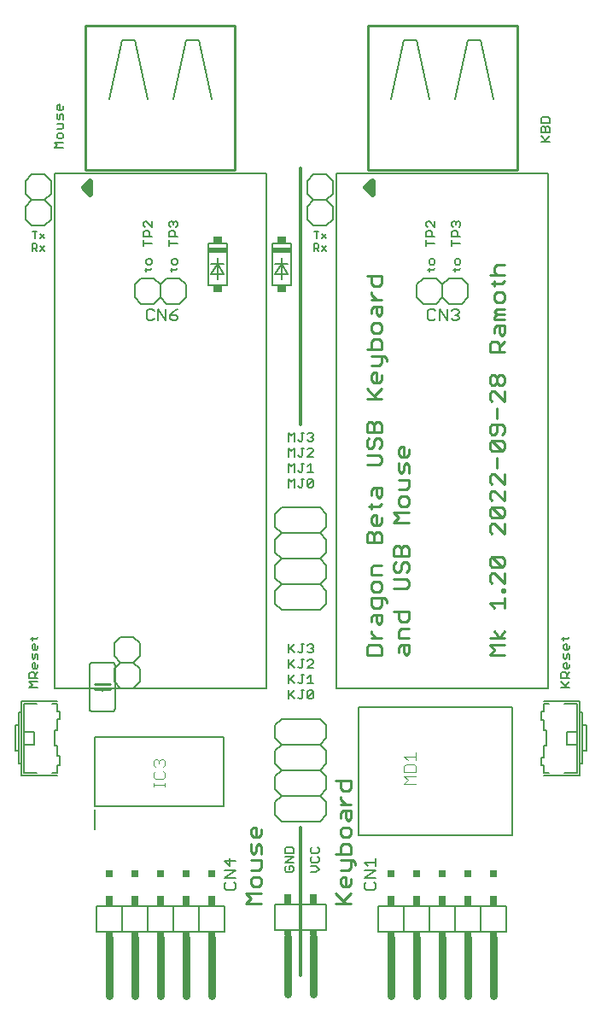
<source format=gto>
G75*
%MOIN*%
%OFA0B0*%
%FSLAX24Y24*%
%IPPOS*%
%LPD*%
%AMOC8*
5,1,8,0,0,1.08239X$1,22.5*
%
%ADD10C,0.0110*%
%ADD11C,0.0060*%
%ADD12C,0.0120*%
%ADD13C,0.0050*%
%ADD14C,0.0240*%
%ADD15C,0.0040*%
%ADD16C,0.0300*%
%ADD17R,0.0300X0.0200*%
%ADD18R,0.0300X0.0400*%
%ADD19R,0.0300X0.0300*%
%ADD20C,0.0079*%
%ADD21C,0.0100*%
%ADD22R,0.0736X0.0200*%
%ADD23R,0.0335X0.0250*%
D10*
X010004Y003858D02*
X010201Y004055D01*
X010004Y004252D01*
X010595Y004252D01*
X010497Y004503D02*
X010595Y004601D01*
X010595Y004798D01*
X010497Y004896D01*
X010300Y004896D01*
X010201Y004798D01*
X010201Y004601D01*
X010300Y004503D01*
X010497Y004503D01*
X010595Y003858D02*
X010004Y003858D01*
X010201Y005147D02*
X010497Y005147D01*
X010595Y005246D01*
X010595Y005541D01*
X010201Y005541D01*
X010300Y005792D02*
X010201Y005890D01*
X010201Y006185D01*
X010398Y006087D02*
X010398Y005890D01*
X010300Y005792D01*
X010595Y005792D02*
X010595Y006087D01*
X010497Y006185D01*
X010398Y006087D01*
X010398Y006436D02*
X010398Y006830D01*
X010300Y006830D01*
X010201Y006732D01*
X010201Y006535D01*
X010300Y006436D01*
X010497Y006436D01*
X010595Y006535D01*
X010595Y006732D01*
X013504Y005792D02*
X014095Y005792D01*
X014095Y006087D01*
X013997Y006185D01*
X013800Y006185D01*
X013701Y006087D01*
X013701Y005792D01*
X013701Y005541D02*
X014193Y005541D01*
X014292Y005443D01*
X014292Y005344D01*
X014095Y005246D02*
X014095Y005541D01*
X014095Y005246D02*
X013997Y005147D01*
X013701Y005147D01*
X013800Y004896D02*
X013898Y004896D01*
X013898Y004503D01*
X013800Y004503D02*
X013997Y004503D01*
X014095Y004601D01*
X014095Y004798D01*
X014095Y004252D02*
X013800Y003957D01*
X013898Y003858D02*
X013504Y004252D01*
X013800Y004503D02*
X013701Y004601D01*
X013701Y004798D01*
X013800Y004896D01*
X013504Y003858D02*
X014095Y003858D01*
X013997Y006436D02*
X013800Y006436D01*
X013701Y006535D01*
X013701Y006732D01*
X013800Y006830D01*
X013997Y006830D01*
X014095Y006732D01*
X014095Y006535D01*
X013997Y006436D01*
X013997Y007081D02*
X013898Y007179D01*
X013898Y007475D01*
X013800Y007475D02*
X014095Y007475D01*
X014095Y007179D01*
X013997Y007081D01*
X013701Y007179D02*
X013701Y007376D01*
X013800Y007475D01*
X013898Y007725D02*
X013701Y007922D01*
X013701Y008021D01*
X013800Y008263D02*
X013701Y008361D01*
X013701Y008656D01*
X013504Y008656D02*
X014095Y008656D01*
X014095Y008361D01*
X013997Y008263D01*
X013800Y008263D01*
X013701Y007725D02*
X014095Y007725D01*
X014728Y013555D02*
X014728Y013850D01*
X014827Y013949D01*
X015220Y013949D01*
X015319Y013850D01*
X015319Y013555D01*
X014728Y013555D01*
X014925Y014200D02*
X015319Y014200D01*
X015122Y014200D02*
X014925Y014396D01*
X014925Y014495D01*
X014925Y014835D02*
X014925Y015032D01*
X015023Y015130D01*
X015319Y015130D01*
X015319Y014835D01*
X015220Y014737D01*
X015122Y014835D01*
X015122Y015130D01*
X015023Y015381D02*
X015220Y015381D01*
X015319Y015480D01*
X015319Y015775D01*
X015417Y015775D02*
X014925Y015775D01*
X014925Y015480D01*
X015023Y015381D01*
X015023Y016026D02*
X015220Y016026D01*
X015319Y016124D01*
X015319Y016321D01*
X015220Y016419D01*
X015023Y016419D01*
X014925Y016321D01*
X014925Y016124D01*
X015023Y016026D01*
X015417Y015775D02*
X015515Y015676D01*
X015515Y015578D01*
X015778Y015238D02*
X016369Y015238D01*
X016369Y014943D01*
X016270Y014844D01*
X016073Y014844D01*
X015975Y014943D01*
X015975Y015238D01*
X016073Y014593D02*
X015975Y014495D01*
X015975Y014200D01*
X016369Y014200D01*
X016369Y013949D02*
X016369Y013653D01*
X016270Y013555D01*
X016172Y013653D01*
X016172Y013949D01*
X016073Y013949D02*
X016369Y013949D01*
X016073Y013949D02*
X015975Y013850D01*
X015975Y013653D01*
X016073Y014593D02*
X016369Y014593D01*
X016270Y016133D02*
X015778Y016133D01*
X015778Y016527D02*
X016270Y016527D01*
X016369Y016428D01*
X016369Y016232D01*
X016270Y016133D01*
X016270Y016778D02*
X016369Y016876D01*
X016369Y017073D01*
X016270Y017171D01*
X016172Y017171D01*
X016073Y017073D01*
X016073Y016876D01*
X015975Y016778D01*
X015877Y016778D01*
X015778Y016876D01*
X015778Y017073D01*
X015877Y017171D01*
X015778Y017422D02*
X015778Y017718D01*
X015877Y017816D01*
X015975Y017816D01*
X016073Y017718D01*
X016073Y017422D01*
X015778Y017422D02*
X016369Y017422D01*
X016369Y017718D01*
X016270Y017816D01*
X016172Y017816D01*
X016073Y017718D01*
X015778Y018711D02*
X015975Y018908D01*
X015778Y019105D01*
X016369Y019105D01*
X016270Y019356D02*
X016369Y019454D01*
X016369Y019651D01*
X016270Y019750D01*
X016073Y019750D01*
X015975Y019651D01*
X015975Y019454D01*
X016073Y019356D01*
X016270Y019356D01*
X016270Y020000D02*
X015975Y020000D01*
X016270Y020000D02*
X016369Y020099D01*
X016369Y020394D01*
X015975Y020394D01*
X016073Y020645D02*
X015975Y020743D01*
X015975Y021039D01*
X016172Y020940D02*
X016172Y020743D01*
X016073Y020645D01*
X016369Y020645D02*
X016369Y020940D01*
X016270Y021039D01*
X016172Y020940D01*
X016172Y021290D02*
X016172Y021683D01*
X016073Y021683D01*
X015975Y021585D01*
X015975Y021388D01*
X016073Y021290D01*
X016270Y021290D01*
X016369Y021388D01*
X016369Y021585D01*
X015319Y021710D02*
X015220Y021612D01*
X015319Y021710D02*
X015319Y021907D01*
X015220Y022006D01*
X015122Y022006D01*
X015023Y021907D01*
X015023Y021710D01*
X014925Y021612D01*
X014827Y021612D01*
X014728Y021710D01*
X014728Y021907D01*
X014827Y022006D01*
X014728Y022256D02*
X014728Y022552D01*
X014827Y022650D01*
X014925Y022650D01*
X015023Y022552D01*
X015023Y022256D01*
X014728Y022256D02*
X015319Y022256D01*
X015319Y022552D01*
X015220Y022650D01*
X015122Y022650D01*
X015023Y022552D01*
X015122Y023546D02*
X014728Y023939D01*
X015023Y024190D02*
X014925Y024288D01*
X014925Y024485D01*
X015023Y024584D01*
X015122Y024584D01*
X015122Y024190D01*
X015220Y024190D02*
X015023Y024190D01*
X015220Y024190D02*
X015319Y024288D01*
X015319Y024485D01*
X015220Y024835D02*
X015319Y024933D01*
X015319Y025228D01*
X015417Y025228D02*
X015515Y025130D01*
X015515Y025031D01*
X015417Y025228D02*
X014925Y025228D01*
X014925Y025479D02*
X014925Y025774D01*
X015023Y025873D01*
X015220Y025873D01*
X015319Y025774D01*
X015319Y025479D01*
X014728Y025479D01*
X014925Y024835D02*
X015220Y024835D01*
X015319Y023939D02*
X015023Y023644D01*
X014728Y023546D02*
X015319Y023546D01*
X015220Y021361D02*
X014728Y021361D01*
X014728Y020967D02*
X015220Y020967D01*
X015319Y021066D01*
X015319Y021263D01*
X015220Y021361D01*
X015122Y020072D02*
X015122Y019777D01*
X015220Y019678D01*
X015319Y019777D01*
X015319Y020072D01*
X015023Y020072D01*
X014925Y019973D01*
X014925Y019777D01*
X014925Y019445D02*
X014925Y019249D01*
X014827Y019347D02*
X015220Y019347D01*
X015319Y019445D01*
X015122Y018998D02*
X015122Y018604D01*
X015220Y018604D02*
X015023Y018604D01*
X014925Y018702D01*
X014925Y018899D01*
X015023Y018998D01*
X015122Y018998D01*
X015319Y018899D02*
X015319Y018702D01*
X015220Y018604D01*
X015220Y018353D02*
X015319Y018255D01*
X015319Y017959D01*
X014728Y017959D01*
X014728Y018255D01*
X014827Y018353D01*
X014925Y018353D01*
X015023Y018255D01*
X015023Y017959D01*
X015023Y018255D02*
X015122Y018353D01*
X015220Y018353D01*
X015778Y018711D02*
X016369Y018711D01*
X015319Y017064D02*
X015023Y017064D01*
X014925Y016966D01*
X014925Y016670D01*
X015319Y016670D01*
X019528Y016643D02*
X019528Y016446D01*
X019627Y016348D01*
X019528Y016643D02*
X019627Y016742D01*
X019725Y016742D01*
X020119Y016348D01*
X020119Y016742D01*
X020020Y016993D02*
X019627Y017386D01*
X020020Y017386D01*
X020119Y017288D01*
X020119Y017091D01*
X020020Y016993D01*
X019627Y016993D01*
X019528Y017091D01*
X019528Y017288D01*
X019627Y017386D01*
X019627Y018282D02*
X019528Y018380D01*
X019528Y018577D01*
X019627Y018675D01*
X019725Y018675D01*
X020119Y018282D01*
X020119Y018675D01*
X020020Y018926D02*
X019627Y019320D01*
X020020Y019320D01*
X020119Y019221D01*
X020119Y019025D01*
X020020Y018926D01*
X019627Y018926D01*
X019528Y019025D01*
X019528Y019221D01*
X019627Y019320D01*
X019627Y019571D02*
X019528Y019669D01*
X019528Y019866D01*
X019627Y019964D01*
X019725Y019964D01*
X020119Y019571D01*
X020119Y019964D01*
X020119Y020215D02*
X019725Y020609D01*
X019627Y020609D01*
X019528Y020511D01*
X019528Y020314D01*
X019627Y020215D01*
X020119Y020215D02*
X020119Y020609D01*
X019823Y020860D02*
X019823Y021254D01*
X019627Y021504D02*
X019528Y021603D01*
X019528Y021800D01*
X019627Y021898D01*
X020020Y021504D01*
X020119Y021603D01*
X020119Y021800D01*
X020020Y021898D01*
X019627Y021898D01*
X019627Y022149D02*
X019725Y022149D01*
X019823Y022247D01*
X019823Y022543D01*
X019627Y022543D02*
X019528Y022444D01*
X019528Y022247D01*
X019627Y022149D01*
X019627Y022543D02*
X020020Y022543D01*
X020119Y022444D01*
X020119Y022247D01*
X020020Y022149D01*
X020020Y021504D02*
X019627Y021504D01*
X019823Y022794D02*
X019823Y023187D01*
X019627Y023438D02*
X019528Y023537D01*
X019528Y023733D01*
X019627Y023832D01*
X019725Y023832D01*
X020119Y023438D01*
X020119Y023832D01*
X020020Y024083D02*
X019922Y024083D01*
X019823Y024181D01*
X019823Y024378D01*
X019922Y024476D01*
X020020Y024476D01*
X020119Y024378D01*
X020119Y024181D01*
X020020Y024083D01*
X019823Y024181D02*
X019725Y024083D01*
X019627Y024083D01*
X019528Y024181D01*
X019528Y024378D01*
X019627Y024476D01*
X019725Y024476D01*
X019823Y024378D01*
X019922Y025372D02*
X019922Y025667D01*
X019823Y025765D01*
X019627Y025765D01*
X019528Y025667D01*
X019528Y025372D01*
X020119Y025372D01*
X019922Y025569D02*
X020119Y025765D01*
X020020Y026016D02*
X019922Y026115D01*
X019922Y026410D01*
X019823Y026410D02*
X020119Y026410D01*
X020119Y026115D01*
X020020Y026016D01*
X019725Y026115D02*
X019725Y026312D01*
X019823Y026410D01*
X019725Y026661D02*
X019725Y026759D01*
X019823Y026858D01*
X019725Y026956D01*
X019823Y027055D01*
X020119Y027055D01*
X020119Y026858D02*
X019823Y026858D01*
X019725Y026661D02*
X020119Y026661D01*
X020020Y027305D02*
X019823Y027305D01*
X019725Y027404D01*
X019725Y027601D01*
X019823Y027699D01*
X020020Y027699D01*
X020119Y027601D01*
X020119Y027404D01*
X020020Y027305D01*
X019725Y027950D02*
X019725Y028147D01*
X019627Y028048D02*
X020020Y028048D01*
X020119Y028147D01*
X020119Y028380D02*
X019528Y028380D01*
X019725Y028478D02*
X019725Y028675D01*
X019823Y028773D01*
X020119Y028773D01*
X019823Y028380D02*
X019725Y028478D01*
X015319Y028344D02*
X015319Y028048D01*
X015220Y027950D01*
X015023Y027950D01*
X014925Y028048D01*
X014925Y028344D01*
X014728Y028344D02*
X015319Y028344D01*
X014925Y027708D02*
X014925Y027610D01*
X015122Y027413D01*
X015319Y027413D02*
X014925Y027413D01*
X015023Y027162D02*
X015319Y027162D01*
X015319Y026867D01*
X015220Y026768D01*
X015122Y026867D01*
X015122Y027162D01*
X015023Y027162D02*
X014925Y027064D01*
X014925Y026867D01*
X015023Y026517D02*
X014925Y026419D01*
X014925Y026222D01*
X015023Y026124D01*
X015220Y026124D01*
X015319Y026222D01*
X015319Y026419D01*
X015220Y026517D01*
X015023Y026517D01*
X020020Y016124D02*
X020119Y016124D01*
X020119Y016026D01*
X020020Y016026D01*
X020020Y016124D01*
X020119Y015775D02*
X020119Y015381D01*
X020119Y015578D02*
X019528Y015578D01*
X019725Y015381D01*
X019725Y014495D02*
X019922Y014200D01*
X020119Y014495D01*
X020119Y014200D02*
X019528Y014200D01*
X019528Y013949D02*
X020119Y013949D01*
X020119Y013555D02*
X019528Y013555D01*
X019725Y013752D01*
X019528Y013949D01*
D11*
X005162Y002750D02*
X004162Y002750D01*
X004162Y003750D01*
X005162Y003750D01*
X005162Y002750D01*
X006162Y002750D01*
X007162Y002750D01*
X008162Y002750D01*
X009162Y002750D01*
X009162Y003750D01*
X008162Y003750D01*
X007162Y003750D01*
X006162Y003750D01*
X005162Y003750D01*
X006162Y003750D02*
X006162Y002750D01*
X007162Y002750D02*
X007162Y003750D01*
X008162Y003750D02*
X008162Y002750D01*
X011150Y002803D02*
X012150Y002803D01*
X013150Y002803D01*
X013150Y003803D01*
X012150Y003803D01*
X011150Y003803D01*
X011150Y002803D01*
X012150Y002803D02*
X012150Y003803D01*
X011813Y005083D02*
X011586Y005083D01*
X011530Y005140D01*
X011530Y005253D01*
X011586Y005310D01*
X011700Y005310D02*
X011700Y005197D01*
X011700Y005310D02*
X011813Y005310D01*
X011870Y005253D01*
X011870Y005140D01*
X011813Y005083D01*
X011870Y005451D02*
X011530Y005451D01*
X011870Y005678D01*
X011530Y005678D01*
X011530Y005820D02*
X011530Y005990D01*
X011586Y006047D01*
X011813Y006047D01*
X011870Y005990D01*
X011870Y005820D01*
X011530Y005820D01*
X011400Y007053D02*
X012900Y007053D01*
X013150Y007303D01*
X013150Y007803D01*
X012900Y008053D01*
X011400Y008053D01*
X011150Y007803D01*
X011150Y007303D01*
X011400Y007053D01*
X011400Y008053D02*
X011150Y008303D01*
X011150Y008803D01*
X011400Y009053D01*
X012900Y009053D01*
X013150Y008803D01*
X013150Y008303D01*
X012900Y008053D01*
X012900Y009053D02*
X013150Y009303D01*
X013150Y009803D01*
X012900Y010053D01*
X011400Y010053D01*
X011150Y009803D01*
X011150Y009303D01*
X011400Y009053D01*
X011400Y010053D02*
X011150Y010303D01*
X011150Y010803D01*
X011400Y011053D01*
X012900Y011053D01*
X013150Y010803D01*
X013150Y010303D01*
X012900Y010053D01*
X012587Y011833D02*
X012473Y011833D01*
X012417Y011890D01*
X012643Y012117D01*
X012643Y011890D01*
X012587Y011833D01*
X012417Y011890D02*
X012417Y012117D01*
X012473Y012173D01*
X012587Y012173D01*
X012643Y012117D01*
X012643Y012433D02*
X012417Y012433D01*
X012530Y012433D02*
X012530Y012773D01*
X012417Y012660D01*
X012275Y012773D02*
X012162Y012773D01*
X012218Y012773D02*
X012218Y012490D01*
X012162Y012433D01*
X012105Y012433D01*
X012048Y012490D01*
X011907Y012433D02*
X011737Y012603D01*
X011680Y012547D02*
X011907Y012773D01*
X011680Y012773D02*
X011680Y012433D01*
X011680Y012173D02*
X011680Y011833D01*
X011680Y011947D02*
X011907Y012173D01*
X011737Y012003D02*
X011907Y011833D01*
X012048Y011890D02*
X012105Y011833D01*
X012162Y011833D01*
X012218Y011890D01*
X012218Y012173D01*
X012162Y012173D02*
X012275Y012173D01*
X012162Y013033D02*
X012105Y013033D01*
X012048Y013090D01*
X012162Y013033D02*
X012218Y013090D01*
X012218Y013373D01*
X012162Y013373D02*
X012275Y013373D01*
X012417Y013317D02*
X012473Y013373D01*
X012587Y013373D01*
X012643Y013317D01*
X012643Y013260D01*
X012417Y013033D01*
X012643Y013033D01*
X012587Y013633D02*
X012473Y013633D01*
X012417Y013690D01*
X012530Y013803D02*
X012587Y013803D01*
X012643Y013747D01*
X012643Y013690D01*
X012587Y013633D01*
X012587Y013803D02*
X012643Y013860D01*
X012643Y013917D01*
X012587Y013973D01*
X012473Y013973D01*
X012417Y013917D01*
X012275Y013973D02*
X012162Y013973D01*
X012218Y013973D02*
X012218Y013690D01*
X012162Y013633D01*
X012105Y013633D01*
X012048Y013690D01*
X011907Y013633D02*
X011737Y013803D01*
X011680Y013747D02*
X011907Y013973D01*
X011680Y013973D02*
X011680Y013633D01*
X011680Y013373D02*
X011680Y013033D01*
X011680Y013147D02*
X011907Y013373D01*
X011737Y013203D02*
X011907Y013033D01*
X011400Y015303D02*
X012900Y015303D01*
X013150Y015553D01*
X013150Y016053D01*
X012900Y016303D01*
X011400Y016303D01*
X011150Y016053D01*
X011150Y015553D01*
X011400Y015303D01*
X011400Y016303D02*
X011150Y016553D01*
X011150Y017053D01*
X011400Y017303D01*
X012900Y017303D01*
X013150Y017053D01*
X013150Y016553D01*
X012900Y016303D01*
X012900Y017303D02*
X013150Y017553D01*
X013150Y018053D01*
X012900Y018303D01*
X011400Y018303D01*
X011150Y018053D01*
X011150Y017553D01*
X011400Y017303D01*
X011400Y018303D02*
X011150Y018553D01*
X011150Y019053D01*
X011400Y019303D01*
X012900Y019303D01*
X013150Y019053D01*
X013150Y018553D01*
X012900Y018303D01*
X012587Y020083D02*
X012473Y020083D01*
X012417Y020140D01*
X012643Y020367D01*
X012643Y020140D01*
X012587Y020083D01*
X012417Y020140D02*
X012417Y020367D01*
X012473Y020423D01*
X012587Y020423D01*
X012643Y020367D01*
X012643Y020683D02*
X012417Y020683D01*
X012530Y020683D02*
X012530Y021023D01*
X012417Y020910D01*
X012275Y021023D02*
X012162Y021023D01*
X012218Y021023D02*
X012218Y020740D01*
X012162Y020683D01*
X012105Y020683D01*
X012048Y020740D01*
X011907Y020683D02*
X011907Y021023D01*
X011793Y020910D01*
X011680Y021023D01*
X011680Y020683D01*
X011680Y020423D02*
X011793Y020310D01*
X011907Y020423D01*
X011907Y020083D01*
X012048Y020140D02*
X012105Y020083D01*
X012162Y020083D01*
X012218Y020140D01*
X012218Y020423D01*
X012162Y020423D02*
X012275Y020423D01*
X011680Y020423D02*
X011680Y020083D01*
X011680Y021283D02*
X011680Y021623D01*
X011793Y021510D01*
X011907Y021623D01*
X011907Y021283D01*
X012048Y021340D02*
X012105Y021283D01*
X012162Y021283D01*
X012218Y021340D01*
X012218Y021623D01*
X012162Y021623D02*
X012275Y021623D01*
X012417Y021567D02*
X012473Y021623D01*
X012587Y021623D01*
X012643Y021567D01*
X012643Y021510D01*
X012417Y021283D01*
X012643Y021283D01*
X012587Y021883D02*
X012473Y021883D01*
X012417Y021940D01*
X012530Y022053D02*
X012587Y022053D01*
X012643Y021997D01*
X012643Y021940D01*
X012587Y021883D01*
X012587Y022053D02*
X012643Y022110D01*
X012643Y022167D01*
X012587Y022223D01*
X012473Y022223D01*
X012417Y022167D01*
X012275Y022223D02*
X012162Y022223D01*
X012218Y022223D02*
X012218Y021940D01*
X012162Y021883D01*
X012105Y021883D01*
X012048Y021940D01*
X011907Y021883D02*
X011907Y022223D01*
X011793Y022110D01*
X011680Y022223D01*
X011680Y021883D01*
X011762Y027983D02*
X011038Y027983D01*
X011038Y029623D01*
X011762Y029623D01*
X011762Y027983D01*
X011650Y028403D02*
X011400Y028803D01*
X011150Y028803D01*
X011400Y028803D02*
X011150Y028403D01*
X011650Y028403D01*
X011400Y028203D02*
X011400Y028803D01*
X011650Y028803D01*
X011400Y028803D02*
X011400Y029053D01*
X012650Y030303D02*
X012400Y030553D01*
X012400Y031053D01*
X012650Y031303D01*
X012400Y031553D01*
X012400Y032053D01*
X012650Y032303D01*
X013150Y032303D01*
X013400Y032053D01*
X013400Y031553D01*
X013150Y031303D01*
X013400Y031053D01*
X013400Y030553D01*
X013150Y030303D01*
X012650Y030303D01*
X012650Y031303D02*
X013150Y031303D01*
X015685Y035238D02*
X016185Y037541D01*
X016685Y037541D01*
X017185Y035238D01*
X016685Y037541D01*
X016185Y037541D01*
X015685Y035238D01*
X018185Y035238D02*
X018685Y037541D01*
X019185Y037541D01*
X019685Y035238D01*
X019185Y037541D01*
X018685Y037541D01*
X018185Y035238D01*
X018167Y030476D02*
X018223Y030419D01*
X018280Y030476D01*
X018337Y030476D01*
X018394Y030419D01*
X018394Y030306D01*
X018337Y030249D01*
X018223Y030362D02*
X018223Y030419D01*
X018167Y030476D02*
X018110Y030476D01*
X018053Y030419D01*
X018053Y030306D01*
X018110Y030249D01*
X018110Y030107D02*
X018223Y030107D01*
X018280Y030051D01*
X018280Y029880D01*
X018394Y029880D02*
X018053Y029880D01*
X018053Y030051D01*
X018110Y030107D01*
X018053Y029739D02*
X018053Y029512D01*
X018053Y029626D02*
X018394Y029626D01*
X018337Y029002D02*
X018223Y029002D01*
X018167Y028946D01*
X018167Y028832D01*
X018223Y028776D01*
X018337Y028776D01*
X018394Y028832D01*
X018394Y028946D01*
X018337Y029002D01*
X018394Y028643D02*
X018337Y028587D01*
X018110Y028587D01*
X018167Y028643D02*
X018167Y028530D01*
X017935Y028250D02*
X018435Y028250D01*
X018685Y028000D01*
X018685Y027500D01*
X018435Y027250D01*
X017935Y027250D01*
X017685Y027500D01*
X017435Y027250D01*
X016935Y027250D01*
X016685Y027500D01*
X016685Y028000D01*
X016935Y028250D01*
X017435Y028250D01*
X017685Y028000D01*
X017935Y028250D01*
X017685Y028000D02*
X017685Y027500D01*
X017337Y028587D02*
X017110Y028587D01*
X017167Y028643D02*
X017167Y028530D01*
X017337Y028587D02*
X017394Y028643D01*
X017337Y028776D02*
X017394Y028832D01*
X017394Y028946D01*
X017337Y029002D01*
X017223Y029002D01*
X017167Y028946D01*
X017167Y028832D01*
X017223Y028776D01*
X017337Y028776D01*
X017053Y029512D02*
X017053Y029739D01*
X017053Y029626D02*
X017394Y029626D01*
X017394Y029880D02*
X017053Y029880D01*
X017053Y030051D01*
X017110Y030107D01*
X017223Y030107D01*
X017280Y030051D01*
X017280Y029880D01*
X017394Y030249D02*
X017167Y030476D01*
X017110Y030476D01*
X017053Y030419D01*
X017053Y030306D01*
X017110Y030249D01*
X017394Y030249D02*
X017394Y030476D01*
X021530Y033583D02*
X021870Y033583D01*
X021757Y033583D02*
X021530Y033810D01*
X021530Y033951D02*
X021530Y034122D01*
X021586Y034178D01*
X021643Y034178D01*
X021700Y034122D01*
X021700Y033951D01*
X021870Y033951D02*
X021530Y033951D01*
X021700Y034122D02*
X021757Y034178D01*
X021813Y034178D01*
X021870Y034122D01*
X021870Y033951D01*
X021870Y033810D02*
X021700Y033640D01*
X021530Y034320D02*
X021870Y034320D01*
X021870Y034490D01*
X021813Y034547D01*
X021586Y034547D01*
X021530Y034490D01*
X021530Y034320D01*
X009262Y029623D02*
X009262Y027983D01*
X008538Y027983D01*
X008538Y029623D01*
X009262Y029623D01*
X008900Y029053D02*
X008900Y028803D01*
X008650Y028803D01*
X008900Y028803D02*
X008650Y028403D01*
X009150Y028403D01*
X008900Y028803D01*
X009150Y028803D01*
X008900Y028803D02*
X008900Y028203D01*
X007662Y028000D02*
X007662Y027500D01*
X007412Y027250D01*
X006912Y027250D01*
X006662Y027500D01*
X006412Y027250D01*
X005912Y027250D01*
X005662Y027500D01*
X005662Y028000D01*
X005912Y028250D01*
X006412Y028250D01*
X006662Y028000D01*
X006912Y028250D01*
X007412Y028250D01*
X007662Y028000D01*
X007290Y028587D02*
X007346Y028643D01*
X007290Y028587D02*
X007063Y028587D01*
X007120Y028643D02*
X007120Y028530D01*
X007176Y028776D02*
X007290Y028776D01*
X007346Y028832D01*
X007346Y028946D01*
X007290Y029002D01*
X007176Y029002D01*
X007120Y028946D01*
X007120Y028832D01*
X007176Y028776D01*
X007006Y029512D02*
X007006Y029739D01*
X007006Y029626D02*
X007346Y029626D01*
X007346Y029880D02*
X007006Y029880D01*
X007006Y030051D01*
X007063Y030107D01*
X007176Y030107D01*
X007233Y030051D01*
X007233Y029880D01*
X007290Y030249D02*
X007346Y030306D01*
X007346Y030419D01*
X007290Y030476D01*
X007233Y030476D01*
X007176Y030419D01*
X007176Y030362D01*
X007176Y030419D02*
X007120Y030476D01*
X007063Y030476D01*
X007006Y030419D01*
X007006Y030306D01*
X007063Y030249D01*
X006346Y030249D02*
X006120Y030476D01*
X006063Y030476D01*
X006006Y030419D01*
X006006Y030306D01*
X006063Y030249D01*
X006063Y030107D02*
X006176Y030107D01*
X006233Y030051D01*
X006233Y029880D01*
X006346Y029880D02*
X006006Y029880D01*
X006006Y030051D01*
X006063Y030107D01*
X006006Y029739D02*
X006006Y029512D01*
X006006Y029626D02*
X006346Y029626D01*
X006346Y030249D02*
X006346Y030476D01*
X006290Y029002D02*
X006176Y029002D01*
X006120Y028946D01*
X006120Y028832D01*
X006176Y028776D01*
X006290Y028776D01*
X006346Y028832D01*
X006346Y028946D01*
X006290Y029002D01*
X006346Y028643D02*
X006290Y028587D01*
X006063Y028587D01*
X006120Y028643D02*
X006120Y028530D01*
X006662Y028000D02*
X006662Y027500D01*
X002870Y033333D02*
X002530Y033333D01*
X002643Y033447D01*
X002530Y033560D01*
X002870Y033560D01*
X002813Y033701D02*
X002870Y033758D01*
X002870Y033872D01*
X002813Y033928D01*
X002700Y033928D01*
X002643Y033872D01*
X002643Y033758D01*
X002700Y033701D01*
X002813Y033701D01*
X002813Y034070D02*
X002643Y034070D01*
X002813Y034070D02*
X002870Y034126D01*
X002870Y034297D01*
X002643Y034297D01*
X002700Y034438D02*
X002643Y034495D01*
X002643Y034665D01*
X002757Y034608D02*
X002757Y034495D01*
X002700Y034438D01*
X002870Y034438D02*
X002870Y034608D01*
X002813Y034665D01*
X002757Y034608D01*
X002757Y034806D02*
X002757Y035033D01*
X002700Y035033D01*
X002643Y034977D01*
X002643Y034863D01*
X002700Y034806D01*
X002813Y034806D01*
X002870Y034863D01*
X002870Y034977D01*
X002150Y032303D02*
X001650Y032303D01*
X001400Y032053D01*
X001400Y031553D01*
X001650Y031303D01*
X002150Y031303D01*
X002400Y031553D01*
X002400Y032053D01*
X002150Y032303D01*
X002150Y031303D02*
X002400Y031053D01*
X002400Y030553D01*
X002150Y030303D01*
X001650Y030303D01*
X001400Y030553D01*
X001400Y031053D01*
X001650Y031303D01*
X004662Y035238D02*
X005162Y037541D01*
X005662Y037541D01*
X006162Y035238D01*
X005662Y037541D01*
X005162Y037541D01*
X004662Y035238D01*
X007162Y035238D02*
X007662Y037541D01*
X008162Y037541D01*
X008662Y035238D01*
X008162Y037541D01*
X007662Y037541D01*
X007162Y035238D01*
X005626Y014250D02*
X005126Y014250D01*
X004876Y014000D01*
X004876Y013500D01*
X005126Y013250D01*
X005626Y013250D01*
X005876Y013500D01*
X005876Y014000D01*
X005626Y014250D01*
X005626Y013250D02*
X005876Y013000D01*
X005876Y012500D01*
X005626Y012250D01*
X005126Y012250D01*
X004876Y012500D01*
X004876Y013000D01*
X005126Y013250D01*
X004900Y013153D02*
X004900Y011453D01*
X004898Y011436D01*
X004894Y011419D01*
X004887Y011403D01*
X004877Y011389D01*
X004864Y011376D01*
X004850Y011366D01*
X004834Y011359D01*
X004817Y011355D01*
X004800Y011353D01*
X004000Y011353D01*
X003983Y011355D01*
X003966Y011359D01*
X003950Y011366D01*
X003936Y011376D01*
X003923Y011389D01*
X003913Y011403D01*
X003906Y011419D01*
X003902Y011436D01*
X003900Y011453D01*
X003900Y013153D01*
X003902Y013170D01*
X003906Y013187D01*
X003913Y013203D01*
X003923Y013217D01*
X003936Y013230D01*
X003950Y013240D01*
X003966Y013247D01*
X003983Y013251D01*
X004000Y013253D01*
X004800Y013253D01*
X004817Y013251D01*
X004834Y013247D01*
X004850Y013240D01*
X004864Y013230D01*
X004877Y013217D01*
X004887Y013203D01*
X004894Y013187D01*
X004898Y013170D01*
X004900Y013153D01*
X004400Y012453D02*
X004400Y012403D01*
X004400Y012203D02*
X004400Y012153D01*
X002750Y011353D02*
X002750Y011053D01*
X002650Y011053D01*
X002650Y010603D01*
X002550Y010603D01*
X002550Y010003D01*
X002650Y010003D01*
X002650Y009603D01*
X002750Y009603D01*
X002750Y009253D01*
X002650Y009253D01*
X002650Y008953D01*
X002450Y008953D01*
X002650Y008853D02*
X001250Y008853D01*
X001250Y009303D01*
X001250Y011753D01*
X002650Y011753D01*
X002650Y011653D02*
X002450Y011653D01*
X002650Y011653D02*
X002650Y011353D01*
X002750Y011353D01*
X001850Y011653D02*
X001350Y011653D01*
X001350Y010553D01*
X001350Y010053D01*
X001350Y008953D01*
X001850Y008953D01*
X001250Y009303D02*
X001150Y009303D01*
X001150Y009803D01*
X001000Y009803D01*
X001000Y010803D01*
X001150Y010803D01*
X001150Y009803D01*
X001350Y010053D02*
X001750Y010053D01*
X001750Y010553D01*
X001350Y010553D01*
X001150Y010803D02*
X001150Y011303D01*
X001250Y011303D01*
X001553Y012280D02*
X001667Y012393D01*
X001553Y012507D01*
X001894Y012507D01*
X001894Y012648D02*
X001553Y012648D01*
X001553Y012818D01*
X001610Y012875D01*
X001723Y012875D01*
X001780Y012818D01*
X001780Y012648D01*
X001780Y012762D02*
X001894Y012875D01*
X001837Y013017D02*
X001723Y013017D01*
X001667Y013073D01*
X001667Y013187D01*
X001723Y013243D01*
X001780Y013243D01*
X001780Y013017D01*
X001837Y013017D02*
X001894Y013073D01*
X001894Y013187D01*
X001894Y013385D02*
X001894Y013555D01*
X001837Y013612D01*
X001780Y013555D01*
X001780Y013442D01*
X001723Y013385D01*
X001667Y013442D01*
X001667Y013612D01*
X001723Y013753D02*
X001667Y013810D01*
X001667Y013923D01*
X001723Y013980D01*
X001780Y013980D01*
X001780Y013753D01*
X001837Y013753D02*
X001723Y013753D01*
X001837Y013753D02*
X001894Y013810D01*
X001894Y013923D01*
X001837Y014178D02*
X001894Y014235D01*
X001837Y014178D02*
X001610Y014178D01*
X001667Y014122D02*
X001667Y014235D01*
X001553Y012280D02*
X001894Y012280D01*
X012530Y005990D02*
X012530Y005876D01*
X012586Y005820D01*
X012813Y005820D01*
X012870Y005876D01*
X012870Y005990D01*
X012813Y006047D01*
X012586Y006047D02*
X012530Y005990D01*
X012586Y005678D02*
X012530Y005622D01*
X012530Y005508D01*
X012586Y005451D01*
X012813Y005451D01*
X012870Y005508D01*
X012870Y005622D01*
X012813Y005678D01*
X012757Y005310D02*
X012530Y005310D01*
X012757Y005310D02*
X012870Y005197D01*
X012757Y005083D01*
X012530Y005083D01*
X015185Y003750D02*
X015185Y002750D01*
X016185Y002750D01*
X017185Y002750D01*
X018185Y002750D01*
X019185Y002750D01*
X020185Y002750D01*
X020185Y003750D01*
X019185Y003750D01*
X018185Y003750D01*
X017185Y003750D01*
X016185Y003750D01*
X015185Y003750D01*
X016185Y003750D02*
X016185Y002750D01*
X017185Y002750D02*
X017185Y003750D01*
X018185Y003750D02*
X018185Y002750D01*
X019185Y002750D02*
X019185Y003750D01*
X021650Y008853D02*
X023050Y008853D01*
X023050Y011303D01*
X023150Y011303D01*
X023150Y010803D01*
X023300Y010803D01*
X023300Y009803D01*
X023150Y009803D01*
X023150Y010803D01*
X022950Y010553D02*
X022950Y011653D01*
X022450Y011653D01*
X022530Y012280D02*
X022303Y012507D01*
X022303Y012648D02*
X022303Y012818D01*
X022360Y012875D01*
X022473Y012875D01*
X022530Y012818D01*
X022530Y012648D01*
X022644Y012648D02*
X022303Y012648D01*
X022530Y012762D02*
X022644Y012875D01*
X022587Y013017D02*
X022644Y013073D01*
X022644Y013187D01*
X022530Y013243D02*
X022530Y013017D01*
X022473Y013017D02*
X022417Y013073D01*
X022417Y013187D01*
X022473Y013243D01*
X022530Y013243D01*
X022473Y013385D02*
X022417Y013442D01*
X022417Y013612D01*
X022530Y013555D02*
X022530Y013442D01*
X022473Y013385D01*
X022644Y013385D02*
X022644Y013555D01*
X022587Y013612D01*
X022530Y013555D01*
X022530Y013753D02*
X022530Y013980D01*
X022473Y013980D01*
X022417Y013923D01*
X022417Y013810D01*
X022473Y013753D01*
X022587Y013753D01*
X022644Y013810D01*
X022644Y013923D01*
X022587Y014178D02*
X022644Y014235D01*
X022587Y014178D02*
X022360Y014178D01*
X022417Y014122D02*
X022417Y014235D01*
X022473Y013017D02*
X022587Y013017D01*
X022644Y012507D02*
X022473Y012337D01*
X022303Y012280D02*
X022644Y012280D01*
X023050Y011753D02*
X023050Y011303D01*
X023050Y011753D02*
X021650Y011753D01*
X021650Y011653D02*
X021850Y011653D01*
X021650Y011653D02*
X021650Y011353D01*
X021550Y011353D01*
X021550Y011003D01*
X021650Y011003D01*
X021650Y010603D01*
X021750Y010603D01*
X021750Y010003D01*
X021650Y010003D01*
X021650Y009553D01*
X021550Y009553D01*
X021550Y009253D01*
X021650Y009253D01*
X021650Y008953D01*
X021850Y008953D01*
X022450Y008953D02*
X022950Y008953D01*
X022950Y010053D01*
X022950Y010553D01*
X022550Y010553D01*
X022550Y010053D01*
X022950Y010053D01*
X023150Y009803D02*
X023150Y009303D01*
X023050Y009303D01*
D12*
X012150Y006803D02*
X012150Y001053D01*
X012150Y022553D02*
X012150Y032553D01*
D13*
X013552Y032343D02*
X013552Y012264D01*
X021819Y012264D01*
X021819Y032343D01*
X013552Y032343D01*
X012855Y030078D02*
X012675Y030078D01*
X012855Y030078D01*
X012765Y030078D02*
X012765Y029808D01*
X012765Y030078D01*
X012970Y029988D02*
X013150Y029808D01*
X012970Y029988D01*
X012970Y029808D02*
X013150Y029988D01*
X012970Y029808D01*
X012810Y029598D02*
X012855Y029553D01*
X012855Y029463D01*
X012810Y029418D01*
X012675Y029418D01*
X012810Y029418D01*
X012855Y029463D01*
X012855Y029553D01*
X012810Y029598D01*
X012675Y029598D01*
X012675Y029328D01*
X012675Y029598D01*
X012810Y029598D01*
X012970Y029508D02*
X013150Y029328D01*
X012970Y029508D01*
X012970Y029328D02*
X013150Y029508D01*
X012970Y029328D01*
X012855Y029328D02*
X012765Y029418D01*
X012855Y029328D01*
X010796Y032343D02*
X010796Y012264D01*
X002528Y012264D01*
X002528Y032343D01*
X010796Y032343D01*
X007354Y027052D02*
X007204Y026977D01*
X007054Y026826D01*
X007279Y026826D01*
X007354Y026751D01*
X007354Y026676D01*
X007279Y026601D01*
X007129Y026601D01*
X007054Y026676D01*
X007054Y026826D01*
X006894Y026601D02*
X006894Y027052D01*
X006594Y027052D02*
X006594Y026601D01*
X006433Y026676D02*
X006358Y026601D01*
X006208Y026601D01*
X006133Y026676D01*
X006133Y026977D01*
X006208Y027052D01*
X006358Y027052D01*
X006433Y026977D01*
X006594Y027052D02*
X006894Y026601D01*
X002150Y029328D02*
X001970Y029508D01*
X001855Y029463D02*
X001810Y029418D01*
X001675Y029418D01*
X001675Y029328D02*
X001675Y029598D01*
X001810Y029598D01*
X001855Y029553D01*
X001855Y029463D01*
X001765Y029418D02*
X001855Y029328D01*
X001970Y029328D02*
X002150Y029508D01*
X002150Y029808D02*
X001970Y029988D01*
X001855Y030078D02*
X001675Y030078D01*
X001765Y030078D02*
X001765Y029808D01*
X001970Y029808D02*
X002150Y029988D01*
X014424Y011500D02*
X020424Y011500D01*
X020424Y006500D01*
X014424Y006500D01*
X014424Y011500D01*
X015090Y005602D02*
X015090Y005302D01*
X015090Y005452D02*
X014639Y005452D01*
X014789Y005302D01*
X014639Y005142D02*
X015090Y005142D01*
X014639Y004842D01*
X015090Y004842D01*
X015015Y004682D02*
X015090Y004606D01*
X015090Y004456D01*
X015015Y004381D01*
X014714Y004381D01*
X014639Y004456D01*
X014639Y004606D01*
X014714Y004682D01*
X009613Y004606D02*
X009538Y004682D01*
X009613Y004606D02*
X009613Y004456D01*
X009538Y004381D01*
X009238Y004381D01*
X009163Y004456D01*
X009163Y004606D01*
X009238Y004682D01*
X009163Y004842D02*
X009613Y005142D01*
X009163Y005142D01*
X009388Y005302D02*
X009163Y005527D01*
X009613Y005527D01*
X009388Y005602D02*
X009388Y005302D01*
X009613Y004842D02*
X009163Y004842D01*
X017185Y026601D02*
X017335Y026601D01*
X017410Y026676D01*
X017570Y026601D02*
X017570Y027052D01*
X017870Y026601D01*
X017870Y027052D01*
X018030Y026977D02*
X018105Y027052D01*
X018256Y027052D01*
X018331Y026977D01*
X018331Y026902D01*
X018256Y026826D01*
X018331Y026751D01*
X018331Y026676D01*
X018256Y026601D01*
X018105Y026601D01*
X018030Y026676D01*
X018180Y026826D02*
X018256Y026826D01*
X017410Y026977D02*
X017335Y027052D01*
X017185Y027052D01*
X017110Y026977D01*
X017110Y026676D01*
X017185Y026601D01*
D14*
X014935Y031553D02*
X014685Y031803D01*
X014935Y032053D01*
X014935Y031553D01*
X003912Y031553D02*
X003912Y032053D01*
X003662Y031803D01*
X003912Y031553D01*
D15*
X016654Y009748D02*
X016654Y009441D01*
X016654Y009594D02*
X016193Y009594D01*
X016347Y009441D01*
X016270Y009287D02*
X016193Y009211D01*
X016193Y008980D01*
X016654Y008980D01*
X016654Y009211D01*
X016577Y009287D01*
X016270Y009287D01*
X016193Y008827D02*
X016654Y008827D01*
X016654Y008520D02*
X016193Y008520D01*
X016347Y008673D01*
X016193Y008827D01*
X006856Y008790D02*
X006856Y008943D01*
X006780Y009020D01*
X006780Y009173D02*
X006856Y009250D01*
X006856Y009404D01*
X006780Y009480D01*
X006703Y009480D01*
X006626Y009404D01*
X006626Y009327D01*
X006626Y009404D02*
X006549Y009480D01*
X006473Y009480D01*
X006396Y009404D01*
X006396Y009250D01*
X006473Y009173D01*
X006473Y009020D02*
X006396Y008943D01*
X006396Y008790D01*
X006473Y008713D01*
X006780Y008713D01*
X006856Y008790D01*
X006856Y008560D02*
X006856Y008406D01*
X006856Y008483D02*
X006396Y008483D01*
X006396Y008406D02*
X006396Y008560D01*
D16*
X006662Y002500D02*
X006662Y000250D01*
X007662Y000250D02*
X007662Y002500D01*
X008662Y002500D02*
X008662Y000250D01*
X011650Y000303D02*
X011650Y002553D01*
X012650Y002553D02*
X012650Y000303D01*
X015685Y000250D02*
X015685Y002500D01*
X016685Y002500D02*
X016685Y000250D01*
X017685Y000250D02*
X017685Y002500D01*
X018685Y002500D02*
X018685Y000250D01*
X019685Y000250D02*
X019685Y002500D01*
X005662Y002500D02*
X005662Y000250D01*
X004662Y000250D02*
X004662Y002500D01*
D17*
X004662Y002650D03*
X005662Y002650D03*
X006662Y002650D03*
X007662Y002650D03*
X008662Y002650D03*
X011650Y002703D03*
X012650Y002703D03*
X015685Y002650D03*
X016685Y002650D03*
X017685Y002650D03*
X018685Y002650D03*
X019685Y002650D03*
D18*
X019685Y003950D03*
X018685Y003950D03*
X017685Y003950D03*
X016685Y003950D03*
X015685Y003950D03*
X012650Y004003D03*
X011650Y004003D03*
X008662Y003950D03*
X007662Y003950D03*
X006662Y003950D03*
X005662Y003950D03*
X004662Y003950D03*
D19*
X004662Y005000D03*
X005662Y005000D03*
X006662Y005000D03*
X007662Y005000D03*
X008662Y005000D03*
X015685Y005000D03*
X016685Y005000D03*
X017685Y005000D03*
X018685Y005000D03*
X019685Y005000D03*
D20*
X009146Y007661D02*
X004107Y007661D01*
X004107Y010339D01*
X009146Y010339D01*
X009146Y007661D01*
X004101Y007524D02*
X004101Y006756D01*
D21*
X004100Y012203D02*
X004400Y012203D01*
X004700Y012203D01*
X004700Y012403D02*
X004400Y012403D01*
X004100Y012403D01*
X003748Y032490D02*
X009575Y032490D01*
X009575Y038120D01*
X003748Y038120D01*
X003748Y032490D01*
X009575Y032490D01*
X009575Y038120D01*
X003748Y038120D01*
X003748Y032490D01*
X014772Y032490D02*
X014772Y038120D01*
X020599Y038120D01*
X020599Y032490D01*
X014772Y032490D01*
X020599Y032490D01*
X020599Y038120D01*
X014772Y038120D01*
X014772Y032490D01*
D22*
X011394Y029353D03*
X008894Y029353D03*
D23*
X008900Y029748D03*
X008900Y027858D03*
X011400Y027858D03*
X011400Y029748D03*
M02*

</source>
